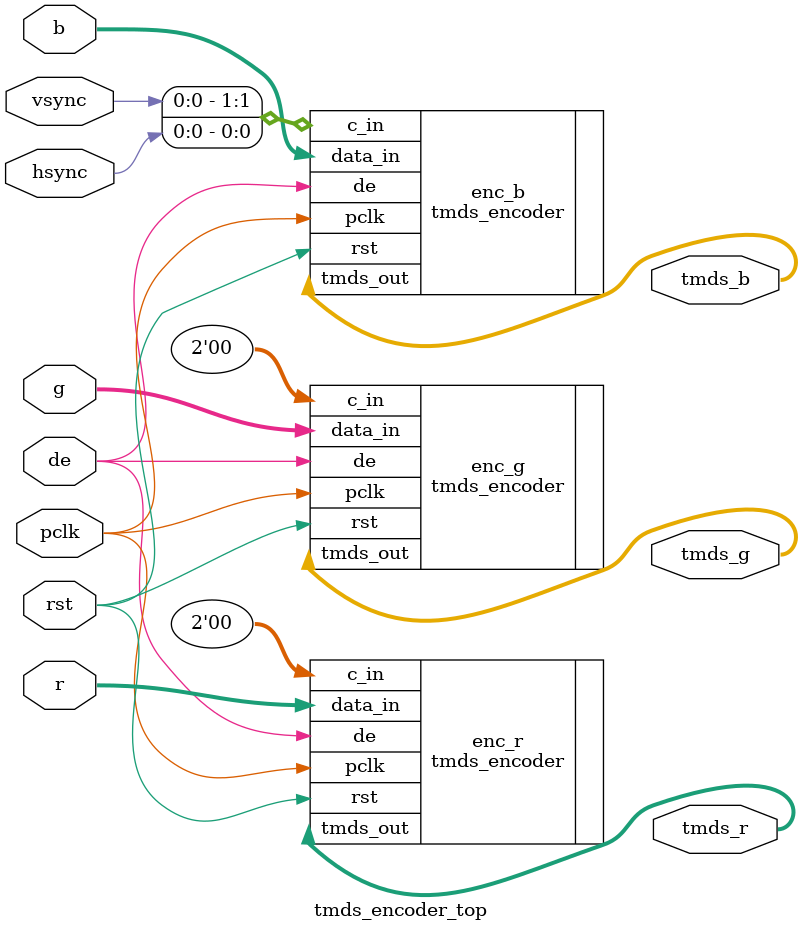
<source format=sv>
`timescale 1ns / 1ps


module tmds_encoder_top(
    input  logic pclk,
    input  logic rst,
    input  logic de,
    input  logic hsync,
    input  logic vsync,
    input  logic [7:0] r,
    input  logic [7:0] g,
    input  logic [7:0] b,
    
    output logic [9:0] tmds_r,
    output logic [9:0] tmds_g,
    output logic [9:0] tmds_b
    );
    
    // Blue channel (control channel)
    tmds_encoder enc_b (
        .pclk      (pclk),
        .rst      (rst),
        .data_in (b),
        .c_in    ({vsync, hsync}),
        .de      (de),
        .tmds_out(tmds_b)
    );

    // Green channel
    tmds_encoder enc_g (
        .pclk      (pclk),
        .rst      (rst),
        .data_in (g),
        .c_in    (2'b00),
        .de      (de),
        .tmds_out(tmds_g)
    );

    // Red channel
    tmds_encoder enc_r (
        .pclk      (pclk),
        .rst      (rst),
        .data_in (r),
        .c_in    (2'b00),
        .de      (de),
        .tmds_out(tmds_r)
    );    
    
endmodule

</source>
